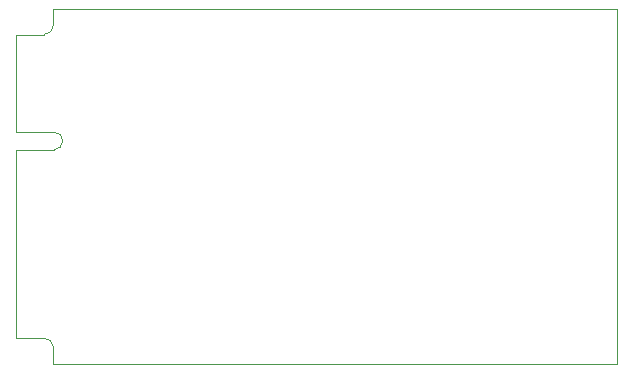
<source format=gbr>
G04 #@! TF.FileFunction,Profile,NP*
%FSLAX46Y46*%
G04 Gerber Fmt 4.6, Leading zero omitted, Abs format (unit mm)*
G04 Created by KiCad (PCBNEW 4.0.2+e4-6225~38~ubuntu14.04.1-stable) date Wed 15 Jun 2016 03:03:26 PM ART*
%MOMM*%
G01*
G04 APERTURE LIST*
%ADD10C,0.100000*%
G04 APERTURE END LIST*
D10*
X53050000Y-111150000D02*
G75*
G03X52300000Y-110400000I-750000J0D01*
G01*
X52300000Y-111900000D02*
G75*
G03X53050000Y-111150000I0J750000D01*
G01*
X49050000Y-110400000D02*
X52300000Y-110400000D01*
X49050000Y-111900000D02*
X52300000Y-111900000D01*
X49050000Y-127850000D02*
X49050000Y-111900000D01*
X49050000Y-102150000D02*
X49050000Y-110400000D01*
X51450000Y-102150000D02*
X49050000Y-102150000D01*
X51450000Y-127850000D02*
X49050000Y-127850000D01*
X51450000Y-102150000D02*
G75*
G03X52250000Y-101350000I0J800000D01*
G01*
X52250000Y-128650000D02*
G75*
G03X51450000Y-127850000I-800000J0D01*
G01*
X52250000Y-130000000D02*
X52250000Y-128650000D01*
X52250000Y-100000000D02*
X52250000Y-101350000D01*
X100000000Y-130000000D02*
X52250000Y-130000000D01*
X100000000Y-100000000D02*
X52250000Y-100000000D01*
X100000000Y-100000000D02*
X100000000Y-130000000D01*
M02*

</source>
